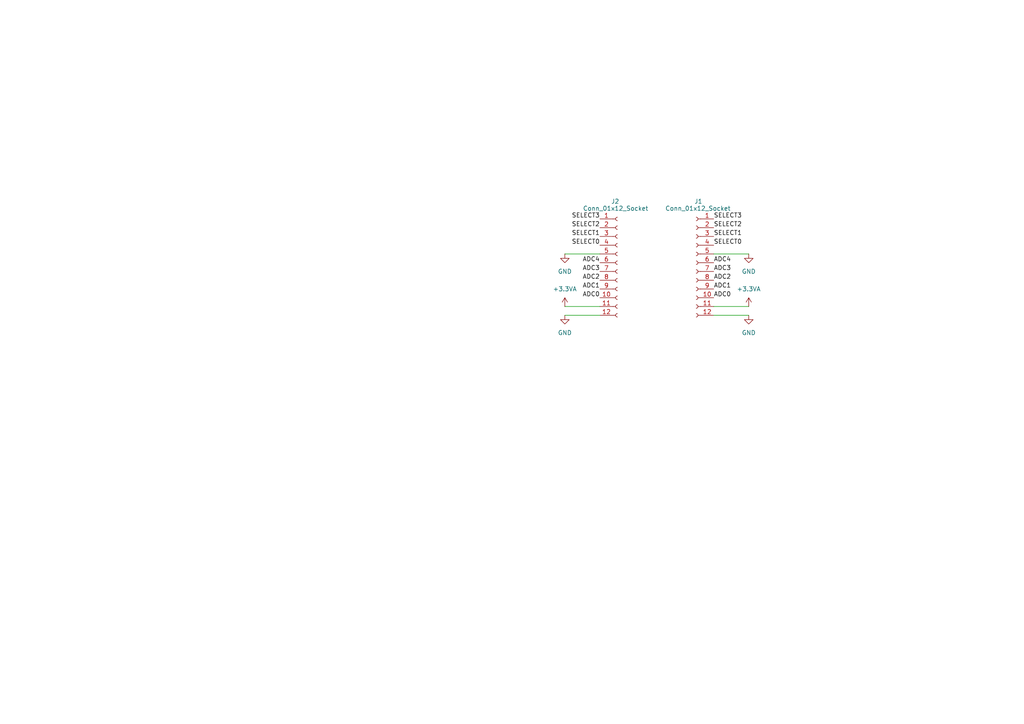
<source format=kicad_sch>
(kicad_sch (version 20231120) (generator "eeschema") (generator_version "8.0")
  (paper "A4")
  (lib_symbols
    (symbol "Connector:Conn_01x12_Socket" (pin_names (offset 1.016) hide)
      (property "Reference" "J" (at 0 15.24 0))
      (property "Value" "Conn_01x12_Socket" (at 0 -17.78 0))
      (symbol "Conn_01x12_Socket_1_1"
        (arc (start 0 -14.732) (mid -0.5058 -15.24) (end 0 -15.748) (stroke (width 0.1524)))
        (arc (start 0 -12.192) (mid -0.5058 -12.7) (end 0 -13.208) (stroke (width 0.1524)))
        (arc (start 0 -9.652) (mid -0.5058 -10.16) (end 0 -10.668) (stroke (width 0.1524)))
        (arc (start 0 -7.112) (mid -0.5058 -7.62) (end 0 -8.128) (stroke (width 0.1524)))
        (arc (start 0 -4.572) (mid -0.5058 -5.08) (end 0 -5.588) (stroke (width 0.1524)))
        (arc (start 0 -2.032) (mid -0.5058 -2.54) (end 0 -3.048) (stroke (width 0.1524)))
        (polyline (pts (xy -1.27 -15.24) (xy -0.508 -15.24)) (stroke (width 0.1524)))
        (polyline (pts (xy -1.27 -12.7) (xy -0.508 -12.7)) (stroke (width 0.1524)))
        (polyline (pts (xy -1.27 -10.16) (xy -0.508 -10.16)) (stroke (width 0.1524)))
        (polyline (pts (xy -1.27 -7.62) (xy -0.508 -7.62)) (stroke (width 0.1524)))
        (polyline (pts (xy -1.27 -5.08) (xy -0.508 -5.08)) (stroke (width 0.1524)))
        (polyline (pts (xy -1.27 -2.54) (xy -0.508 -2.54)) (stroke (width 0.1524)))
        (polyline (pts (xy -1.27 0) (xy -0.508 0)) (stroke (width 0.1524)))
        (polyline (pts (xy -1.27 2.54) (xy -0.508 2.54)) (stroke (width 0.1524)))
        (polyline (pts (xy -1.27 5.08) (xy -0.508 5.08)) (stroke (width 0.1524)))
        (polyline (pts (xy -1.27 7.62) (xy -0.508 7.62)) (stroke (width 0.1524)))
        (polyline (pts (xy -1.27 10.16) (xy -0.508 10.16)) (stroke (width 0.1524)))
        (polyline (pts (xy -1.27 12.7) (xy -0.508 12.7)) (stroke (width 0.1524)))
        (arc (start 0 0.508) (mid -0.5058 0) (end 0 -0.508) (stroke (width 0.1524)))
        (arc (start 0 3.048) (mid -0.5058 2.54) (end 0 2.032) (stroke (width 0.1524)))
        (arc (start 0 5.588) (mid -0.5058 5.08) (end 0 4.572) (stroke (width 0.1524)))
        (arc (start 0 8.128) (mid -0.5058 7.62) (end 0 7.112) (stroke (width 0.1524)))
        (arc (start 0 10.668) (mid -0.5058 10.16) (end 0 9.652) (stroke (width 0.1524)))
        (arc (start 0 13.208) (mid -0.5058 12.7) (end 0 12.192) (stroke (width 0.1524)))
        (pin passive line (at -5.08 12.7 0) (length 3.81) (name "Pin_1") (number "1"))
        (pin passive line (at -5.08 -10.16 0) (length 3.81) (name "Pin_10") (number "10"))
        (pin passive line (at -5.08 -12.7 0) (length 3.81) (name "Pin_11") (number "11"))
        (pin passive line (at -5.08 -15.24 0) (length 3.81) (name "Pin_12") (number "12"))
        (pin passive line (at -5.08 10.16 0) (length 3.81) (name "Pin_2") (number "2"))
        (pin passive line (at -5.08 7.62 0) (length 3.81) (name "Pin_3") (number "3"))
        (pin passive line (at -5.08 5.08 0) (length 3.81) (name "Pin_4") (number "4"))
        (pin passive line (at -5.08 2.54 0) (length 3.81) (name "Pin_5") (number "5"))
        (pin passive line (at -5.08 0 0) (length 3.81) (name "Pin_6") (number "6"))
        (pin passive line (at -5.08 -2.54 0) (length 3.81) (name "Pin_7") (number "7"))
        (pin passive line (at -5.08 -5.08 0) (length 3.81) (name "Pin_8") (number "8"))
        (pin passive line (at -5.08 -7.62 0) (length 3.81) (name "Pin_9") (number "9"))
      )
    )
    (symbol "power:+3.3VA" (power) (pin_numbers hide) (pin_names (offset 0) hide)
      (property "Value" "+3.3VA" (at 0 3.556 0))
      (symbol "+3.3VA_0_1"
        (polyline (pts (xy -0.762 1.27) (xy 0 2.54)))
        (polyline (pts (xy 0 0) (xy 0 2.54)))
        (polyline (pts (xy 0 2.54) (xy 0.762 1.27)))
      )
      (symbol "+3.3VA_1_1"
        (pin power_in line (at 0 0 90) (length 0) (name "~") (number "1"))
      )
    )
    (symbol "power:GND" (power) (pin_numbers hide) (pin_names (offset 0) hide)
      (property "Value" "GND" (at 0 -3.81 0))
      (symbol "GND_0_1"
        (polyline (pts (xy 0 0) (xy 0 -1.27) (xy 1.27 -1.27) (xy 0 -2.54) (xy -1.27 -1.27) (xy 0 -1.27)))
      )
      (symbol "GND_1_1"
        (pin power_in line (at 0 0 270) (length 0) (name "~") (number "1"))
      )
    )
  )
  (wire (pts (xy 207.01 88.9) (xy 217.17 88.9)))
  (wire (pts (xy 207.01 73.66) (xy 217.17 73.66)))
  (wire (pts (xy 217.17 91.44) (xy 207.01 91.44)))
  (wire (pts (xy 163.83 91.44) (xy 173.99 91.44)))
  (wire (pts (xy 173.99 88.9) (xy 163.83 88.9)))
  (wire (pts (xy 173.99 73.66) (xy 163.83 73.66)))
  (label "SELECT0" (at 173.99 71.12 180))
  (label "ADC4" (at 207.01 76.2 0))
  (label "ADC3" (at 207.01 78.74 0))
  (label "ADC1" (at 207.01 83.82 0))
  (label "SELECT3" (at 207.01 63.5 0))
  (label "ADC2" (at 173.99 81.28 180))
  (label "ADC4" (at 173.99 76.2 180))
  (label "SELECT1" (at 207.01 68.58 0))
  (label "ADC0" (at 173.99 86.36 180))
  (label "SELECT3" (at 173.99 63.5 180))
  (label "SELECT2" (at 173.99 66.04 180))
  (label "ADC2" (at 207.01 81.28 0))
  (label "ADC3" (at 173.99 78.74 180))
  (label "ADC0" (at 207.01 86.36 0))
  (label "ADC1" (at 173.99 83.82 180))
  (label "SELECT1" (at 173.99 68.58 180))
  (label "SELECT0" (at 207.01 71.12 0))
  (label "SELECT2" (at 207.01 66.04 0))
  (symbol (lib_id "power:+3.3VA") (at 217.17 88.9 0) (unit 1)
    (property "Reference" "#PWR02" (effects (hide yes)))
    (property "Value" "+3.3VA" (at 217.17 83.82 0))
    (property "Description" "Power symbol creates a global label with name \"+3.3VA\"" (effects (hide yes)))
  )
  (symbol (lib_id "power:GND") (at 217.17 73.66 0) (unit 1)
    (property "Reference" "#PWR01" (effects (hide yes)))
    (property "Value" "GND" (at 217.17 78.74 0))
    (property "Description" "Power symbol creates a global label with name \"GND\" , ground" (effects (hide yes)))
  )
  (symbol (lib_id "power:+3.3VA") (at 163.83 88.9 0) (mirror y) (unit 1)
    (property "Reference" "#PWR05" (effects (hide yes)))
    (property "Value" "+3.3VA" (at 163.83 83.82 0))
    (property "Description" "Power symbol creates a global label with name \"+3.3VA\"" (effects (hide yes)))
  )
  (symbol (lib_id "power:GND") (at 163.83 73.66 0) (mirror y) (unit 1)
    (property "Reference" "#PWR04" (effects (hide yes)))
    (property "Value" "GND" (at 163.83 78.74 0))
    (property "Description" "Power symbol creates a global label with name \"GND\" , ground" (effects (hide yes)))
  )
  (symbol (lib_id "power:GND") (at 163.83 91.44 0) (mirror y) (unit 1)
    (property "Reference" "#PWR06" (effects (hide yes)))
    (property "Value" "GND" (at 163.83 96.52 0))
    (property "Description" "Power symbol creates a global label with name \"GND\" , ground" (effects (hide yes)))
  )
  (symbol (lib_id "power:GND") (at 217.17 91.44 0) (unit 1)
    (property "Reference" "#PWR03" (effects (hide yes)))
    (property "Value" "GND" (at 217.17 96.52 0))
    (property "Description" "Power symbol creates a global label with name \"GND\" , ground" (effects (hide yes)))
  )
  (symbol (lib_id "Connector:Conn_01x12_Socket") (at 179.07 76.2 0) (unit 1)
    (property "Reference" "J2" (at 178.435 58.42 0))
    (property "Value" "Conn_01x12_Socket" (at 178.562 60.452 0))
    (property "Description" "Generic connector, single row, 01x12, script generated" (effects (hide yes)))
  )
  (symbol (lib_id "Connector:Conn_01x12_Socket") (at 201.93 76.2 0) (mirror y) (unit 1)
    (property "Reference" "J1" (at 202.565 58.42 0))
    (property "Value" "Conn_01x12_Socket" (at 202.438 60.452 0))
    (property "Description" "Generic connector, single row, 01x12, script generated" (effects (hide yes)))
  )
)
</source>
